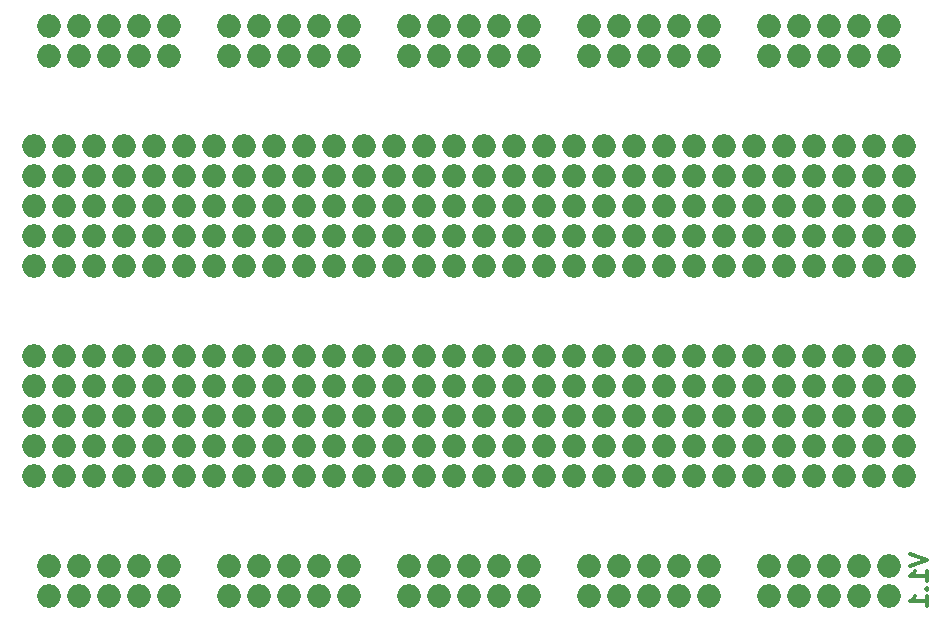
<source format=gbr>
G04 #@! TF.GenerationSoftware,KiCad,Pcbnew,(5.1.4)-1*
G04 #@! TF.CreationDate,2020-10-12T21:25:16+02:00*
G04 #@! TF.ProjectId,BreadBoard PCB 400,42726561-6442-46f6-9172-642050434220,rev?*
G04 #@! TF.SameCoordinates,Original*
G04 #@! TF.FileFunction,Copper,L2,Bot*
G04 #@! TF.FilePolarity,Positive*
%FSLAX46Y46*%
G04 Gerber Fmt 4.6, Leading zero omitted, Abs format (unit mm)*
G04 Created by KiCad (PCBNEW (5.1.4)-1) date 2020-10-12 21:25:16*
%MOMM*%
%LPD*%
G04 APERTURE LIST*
%ADD10C,0.300000*%
%ADD11O,2.000000X2.000000*%
G04 APERTURE END LIST*
D10*
X127448571Y-128524285D02*
X128948571Y-129024285D01*
X127448571Y-129524285D01*
X128948571Y-130810000D02*
X128948571Y-129952857D01*
X128948571Y-130381428D02*
X127448571Y-130381428D01*
X127662857Y-130238571D01*
X127805714Y-130095714D01*
X127877142Y-129952857D01*
X128805714Y-131452857D02*
X128877142Y-131524285D01*
X128948571Y-131452857D01*
X128877142Y-131381428D01*
X128805714Y-131452857D01*
X128948571Y-131452857D01*
X128948571Y-132952857D02*
X128948571Y-132095714D01*
X128948571Y-132524285D02*
X127448571Y-132524285D01*
X127662857Y-132381428D01*
X127805714Y-132238571D01*
X127877142Y-132095714D01*
D11*
X115570000Y-129540000D03*
X118110000Y-129540000D03*
X120650000Y-129540000D03*
X123190000Y-129540000D03*
X125730000Y-129540000D03*
X125730000Y-132080000D03*
X123190000Y-132080000D03*
X120650000Y-132080000D03*
X118110000Y-132080000D03*
X115570000Y-132080000D03*
X95250000Y-132080000D03*
X92710000Y-132080000D03*
X90170000Y-132080000D03*
X87630000Y-132080000D03*
X85090000Y-132080000D03*
X85090000Y-129540000D03*
X87630000Y-129540000D03*
X90170000Y-129540000D03*
X92710000Y-129540000D03*
X95250000Y-129540000D03*
X100330000Y-132080000D03*
X102870000Y-132080000D03*
X105410000Y-132080000D03*
X107950000Y-132080000D03*
X110490000Y-132080000D03*
X110490000Y-129540000D03*
X107950000Y-129540000D03*
X105410000Y-129540000D03*
X102870000Y-129540000D03*
X100330000Y-129540000D03*
X54610000Y-129540000D03*
X57150000Y-129540000D03*
X59690000Y-129540000D03*
X62230000Y-129540000D03*
X64770000Y-129540000D03*
X64770000Y-132080000D03*
X62230000Y-132080000D03*
X59690000Y-132080000D03*
X57150000Y-132080000D03*
X54610000Y-132080000D03*
X80010000Y-129540000D03*
X77470000Y-129540000D03*
X74930000Y-129540000D03*
X72390000Y-129540000D03*
X69850000Y-129540000D03*
X69850000Y-132080000D03*
X72390000Y-132080000D03*
X74930000Y-132080000D03*
X77470000Y-132080000D03*
X80010000Y-132080000D03*
X115570000Y-86360000D03*
X118110000Y-86360000D03*
X120650000Y-86360000D03*
X123190000Y-86360000D03*
X125730000Y-86360000D03*
X125730000Y-83820000D03*
X123190000Y-83820000D03*
X120650000Y-83820000D03*
X118110000Y-83820000D03*
X115570000Y-83820000D03*
X110490000Y-86360000D03*
X107950000Y-86360000D03*
X105410000Y-86360000D03*
X102870000Y-86360000D03*
X100330000Y-86360000D03*
X100330000Y-83820000D03*
X102870000Y-83820000D03*
X105410000Y-83820000D03*
X107950000Y-83820000D03*
X110490000Y-83820000D03*
X95250000Y-83820000D03*
X92710000Y-83820000D03*
X90170000Y-83820000D03*
X87630000Y-83820000D03*
X85090000Y-83820000D03*
X85090000Y-86360000D03*
X87630000Y-86360000D03*
X90170000Y-86360000D03*
X92710000Y-86360000D03*
X95250000Y-86360000D03*
X69850000Y-83820000D03*
X72390000Y-83820000D03*
X74930000Y-83820000D03*
X77470000Y-83820000D03*
X80010000Y-83820000D03*
X80010000Y-86360000D03*
X77470000Y-86360000D03*
X74930000Y-86360000D03*
X72390000Y-86360000D03*
X69850000Y-86360000D03*
X54610000Y-86360000D03*
X57150000Y-86360000D03*
X59690000Y-86360000D03*
X62230000Y-86360000D03*
X64770000Y-86360000D03*
X64770000Y-83820000D03*
X62230000Y-83820000D03*
X59690000Y-83820000D03*
X57150000Y-83820000D03*
X54610000Y-83820000D03*
X127000000Y-111760000D03*
X127000000Y-114300000D03*
X127000000Y-116840000D03*
X127000000Y-119380000D03*
X127000000Y-121920000D03*
X58420000Y-121920000D03*
X58420000Y-119380000D03*
X58420000Y-116840000D03*
X58420000Y-114300000D03*
X58420000Y-111760000D03*
X60960000Y-111760000D03*
X60960000Y-114300000D03*
X60960000Y-116840000D03*
X60960000Y-119380000D03*
X60960000Y-121920000D03*
X55880000Y-111760000D03*
X55880000Y-114300000D03*
X55880000Y-116840000D03*
X55880000Y-119380000D03*
X55880000Y-121920000D03*
X53340000Y-121920000D03*
X53340000Y-119380000D03*
X53340000Y-116840000D03*
X53340000Y-114300000D03*
X53340000Y-111760000D03*
X106680000Y-121920000D03*
X106680000Y-119380000D03*
X106680000Y-116840000D03*
X106680000Y-114300000D03*
X106680000Y-111760000D03*
X124460000Y-121920000D03*
X124460000Y-119380000D03*
X124460000Y-116840000D03*
X124460000Y-114300000D03*
X124460000Y-111760000D03*
X99060000Y-121920000D03*
X99060000Y-119380000D03*
X99060000Y-116840000D03*
X99060000Y-114300000D03*
X99060000Y-111760000D03*
X121920000Y-121920000D03*
X121920000Y-119380000D03*
X121920000Y-116840000D03*
X121920000Y-114300000D03*
X121920000Y-111760000D03*
X101600000Y-121920000D03*
X101600000Y-119380000D03*
X101600000Y-116840000D03*
X101600000Y-114300000D03*
X101600000Y-111760000D03*
X119380000Y-121920000D03*
X119380000Y-119380000D03*
X119380000Y-116840000D03*
X119380000Y-114300000D03*
X119380000Y-111760000D03*
X116840000Y-121920000D03*
X116840000Y-119380000D03*
X116840000Y-116840000D03*
X116840000Y-114300000D03*
X116840000Y-111760000D03*
X114300000Y-121920000D03*
X114300000Y-119380000D03*
X114300000Y-116840000D03*
X114300000Y-114300000D03*
X114300000Y-111760000D03*
X96520000Y-121920000D03*
X96520000Y-119380000D03*
X96520000Y-116840000D03*
X96520000Y-114300000D03*
X96520000Y-111760000D03*
X111760000Y-121920000D03*
X111760000Y-119380000D03*
X111760000Y-116840000D03*
X111760000Y-114300000D03*
X111760000Y-111760000D03*
X109220000Y-121920000D03*
X109220000Y-119380000D03*
X109220000Y-116840000D03*
X109220000Y-114300000D03*
X109220000Y-111760000D03*
X104140000Y-121920000D03*
X104140000Y-119380000D03*
X104140000Y-116840000D03*
X104140000Y-114300000D03*
X104140000Y-111760000D03*
X93980000Y-121920000D03*
X93980000Y-119380000D03*
X93980000Y-116840000D03*
X93980000Y-114300000D03*
X93980000Y-111760000D03*
X91440000Y-121920000D03*
X91440000Y-119380000D03*
X91440000Y-116840000D03*
X91440000Y-114300000D03*
X91440000Y-111760000D03*
X86360000Y-121920000D03*
X86360000Y-119380000D03*
X86360000Y-116840000D03*
X86360000Y-114300000D03*
X86360000Y-111760000D03*
X83820000Y-121920000D03*
X83820000Y-119380000D03*
X83820000Y-116840000D03*
X83820000Y-114300000D03*
X83820000Y-111760000D03*
X81280000Y-121920000D03*
X81280000Y-119380000D03*
X81280000Y-116840000D03*
X81280000Y-114300000D03*
X81280000Y-111760000D03*
X78740000Y-121920000D03*
X78740000Y-119380000D03*
X78740000Y-116840000D03*
X78740000Y-114300000D03*
X78740000Y-111760000D03*
X76200000Y-121920000D03*
X76200000Y-119380000D03*
X76200000Y-116840000D03*
X76200000Y-114300000D03*
X76200000Y-111760000D03*
X73660000Y-121920000D03*
X73660000Y-119380000D03*
X73660000Y-116840000D03*
X73660000Y-114300000D03*
X73660000Y-111760000D03*
X68580000Y-121920000D03*
X68580000Y-119380000D03*
X68580000Y-116840000D03*
X68580000Y-114300000D03*
X68580000Y-111760000D03*
X66040000Y-121920000D03*
X66040000Y-119380000D03*
X66040000Y-116840000D03*
X66040000Y-114300000D03*
X66040000Y-111760000D03*
X71120000Y-121920000D03*
X71120000Y-119380000D03*
X71120000Y-116840000D03*
X71120000Y-114300000D03*
X71120000Y-111760000D03*
X88900000Y-121920000D03*
X88900000Y-119380000D03*
X88900000Y-116840000D03*
X88900000Y-114300000D03*
X88900000Y-111760000D03*
X63500000Y-121920000D03*
X63500000Y-119380000D03*
X63500000Y-116840000D03*
X63500000Y-114300000D03*
X63500000Y-111760000D03*
X127000000Y-104140000D03*
X127000000Y-101600000D03*
X127000000Y-99060000D03*
X127000000Y-96520000D03*
X127000000Y-93980000D03*
X124460000Y-93980000D03*
X124460000Y-96520000D03*
X124460000Y-99060000D03*
X124460000Y-101600000D03*
X124460000Y-104140000D03*
X121920000Y-93980000D03*
X121920000Y-96520000D03*
X121920000Y-99060000D03*
X121920000Y-101600000D03*
X121920000Y-104140000D03*
X119380000Y-93980000D03*
X119380000Y-96520000D03*
X119380000Y-99060000D03*
X119380000Y-101600000D03*
X119380000Y-104140000D03*
X116840000Y-93980000D03*
X116840000Y-96520000D03*
X116840000Y-99060000D03*
X116840000Y-101600000D03*
X116840000Y-104140000D03*
X114300000Y-93980000D03*
X114300000Y-96520000D03*
X114300000Y-99060000D03*
X114300000Y-101600000D03*
X114300000Y-104140000D03*
X111760000Y-93980000D03*
X111760000Y-96520000D03*
X111760000Y-99060000D03*
X111760000Y-101600000D03*
X111760000Y-104140000D03*
X109220000Y-93980000D03*
X109220000Y-96520000D03*
X109220000Y-99060000D03*
X109220000Y-101600000D03*
X109220000Y-104140000D03*
X106680000Y-93980000D03*
X106680000Y-96520000D03*
X106680000Y-99060000D03*
X106680000Y-101600000D03*
X106680000Y-104140000D03*
X104140000Y-93980000D03*
X104140000Y-96520000D03*
X104140000Y-99060000D03*
X104140000Y-101600000D03*
X104140000Y-104140000D03*
X101600000Y-93980000D03*
X101600000Y-96520000D03*
X101600000Y-99060000D03*
X101600000Y-101600000D03*
X101600000Y-104140000D03*
X99060000Y-93980000D03*
X99060000Y-96520000D03*
X99060000Y-99060000D03*
X99060000Y-101600000D03*
X99060000Y-104140000D03*
X96520000Y-93980000D03*
X96520000Y-96520000D03*
X96520000Y-99060000D03*
X96520000Y-101600000D03*
X96520000Y-104140000D03*
X93980000Y-93980000D03*
X93980000Y-96520000D03*
X93980000Y-99060000D03*
X93980000Y-101600000D03*
X93980000Y-104140000D03*
X91440000Y-93980000D03*
X91440000Y-96520000D03*
X91440000Y-99060000D03*
X91440000Y-101600000D03*
X91440000Y-104140000D03*
X88900000Y-93980000D03*
X88900000Y-96520000D03*
X88900000Y-99060000D03*
X88900000Y-101600000D03*
X88900000Y-104140000D03*
X86360000Y-93980000D03*
X86360000Y-96520000D03*
X86360000Y-99060000D03*
X86360000Y-101600000D03*
X86360000Y-104140000D03*
X83820000Y-93980000D03*
X83820000Y-96520000D03*
X83820000Y-99060000D03*
X83820000Y-101600000D03*
X83820000Y-104140000D03*
X81280000Y-93980000D03*
X81280000Y-96520000D03*
X81280000Y-99060000D03*
X81280000Y-101600000D03*
X81280000Y-104140000D03*
X78740000Y-93980000D03*
X78740000Y-96520000D03*
X78740000Y-99060000D03*
X78740000Y-101600000D03*
X78740000Y-104140000D03*
X76200000Y-93980000D03*
X76200000Y-96520000D03*
X76200000Y-99060000D03*
X76200000Y-101600000D03*
X76200000Y-104140000D03*
X73660000Y-93980000D03*
X73660000Y-96520000D03*
X73660000Y-99060000D03*
X73660000Y-101600000D03*
X73660000Y-104140000D03*
X71120000Y-93980000D03*
X71120000Y-96520000D03*
X71120000Y-99060000D03*
X71120000Y-101600000D03*
X71120000Y-104140000D03*
X68580000Y-93980000D03*
X68580000Y-96520000D03*
X68580000Y-99060000D03*
X68580000Y-101600000D03*
X68580000Y-104140000D03*
X66040000Y-93980000D03*
X66040000Y-96520000D03*
X66040000Y-99060000D03*
X66040000Y-101600000D03*
X66040000Y-104140000D03*
X63500000Y-93980000D03*
X63500000Y-96520000D03*
X63500000Y-99060000D03*
X63500000Y-101600000D03*
X63500000Y-104140000D03*
X60960000Y-104140000D03*
X60960000Y-101600000D03*
X60960000Y-99060000D03*
X60960000Y-96520000D03*
X60960000Y-93980000D03*
X58420000Y-93980000D03*
X58420000Y-96520000D03*
X58420000Y-99060000D03*
X58420000Y-101600000D03*
X58420000Y-104140000D03*
X55880000Y-104140000D03*
X55880000Y-101600000D03*
X55880000Y-99060000D03*
X55880000Y-96520000D03*
X55880000Y-93980000D03*
X53340000Y-93980000D03*
X53340000Y-96520000D03*
X53340000Y-99060000D03*
X53340000Y-101600000D03*
X53340000Y-104140000D03*
M02*

</source>
